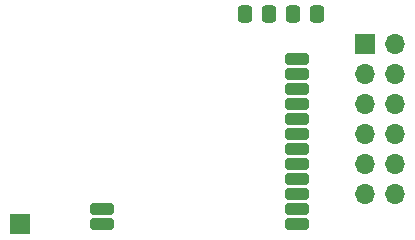
<source format=gbr>
%TF.GenerationSoftware,KiCad,Pcbnew,7.0.1*%
%TF.CreationDate,2023-04-24T20:50:02+02:00*%
%TF.ProjectId,AS4432_ANT_PMOD,41533434-3332-45f4-914e-545f504d4f44,rev?*%
%TF.SameCoordinates,Original*%
%TF.FileFunction,Soldermask,Top*%
%TF.FilePolarity,Negative*%
%FSLAX46Y46*%
G04 Gerber Fmt 4.6, Leading zero omitted, Abs format (unit mm)*
G04 Created by KiCad (PCBNEW 7.0.1) date 2023-04-24 20:50:02*
%MOMM*%
%LPD*%
G01*
G04 APERTURE LIST*
G04 Aperture macros list*
%AMRoundRect*
0 Rectangle with rounded corners*
0 $1 Rounding radius*
0 $2 $3 $4 $5 $6 $7 $8 $9 X,Y pos of 4 corners*
0 Add a 4 corners polygon primitive as box body*
4,1,4,$2,$3,$4,$5,$6,$7,$8,$9,$2,$3,0*
0 Add four circle primitives for the rounded corners*
1,1,$1+$1,$2,$3*
1,1,$1+$1,$4,$5*
1,1,$1+$1,$6,$7*
1,1,$1+$1,$8,$9*
0 Add four rect primitives between the rounded corners*
20,1,$1+$1,$2,$3,$4,$5,0*
20,1,$1+$1,$4,$5,$6,$7,0*
20,1,$1+$1,$6,$7,$8,$9,0*
20,1,$1+$1,$8,$9,$2,$3,0*%
G04 Aperture macros list end*
%ADD10R,1.700000X1.700000*%
%ADD11O,1.700000X1.700000*%
%ADD12RoundRect,0.250000X0.750000X0.250000X-0.750000X0.250000X-0.750000X-0.250000X0.750000X-0.250000X0*%
%ADD13RoundRect,0.250000X0.337500X0.475000X-0.337500X0.475000X-0.337500X-0.475000X0.337500X-0.475000X0*%
%ADD14RoundRect,0.250000X-0.337500X-0.475000X0.337500X-0.475000X0.337500X0.475000X-0.337500X0.475000X0*%
G04 APERTURE END LIST*
D10*
%TO.C,J1*%
X149860000Y-43180000D03*
D11*
X152400000Y-43180000D03*
X149860000Y-45720000D03*
X152400000Y-45720000D03*
X149860000Y-48260000D03*
X152400000Y-48260000D03*
X149860000Y-50800000D03*
X152400000Y-50800000D03*
X149860000Y-53340000D03*
X152400000Y-53340000D03*
X149860000Y-55880000D03*
X152400000Y-55880000D03*
%TD*%
D12*
%TO.C,U1*%
X144140000Y-44450000D03*
X144140000Y-45720000D03*
X144140000Y-46990000D03*
X144140000Y-48260000D03*
X144140000Y-49530000D03*
X144140000Y-50800000D03*
X144140000Y-52070000D03*
X144140000Y-53340000D03*
X144140000Y-54610000D03*
X144140000Y-55880000D03*
X144140000Y-57150000D03*
X144140000Y-58420000D03*
X127640000Y-58420000D03*
X127640000Y-57150000D03*
%TD*%
D13*
%TO.C,C1*%
X141775000Y-40640000D03*
X139700000Y-40640000D03*
%TD*%
D14*
%TO.C,C2*%
X143742500Y-40640000D03*
X145817500Y-40640000D03*
%TD*%
D10*
%TO.C,J2*%
X120650000Y-58420000D03*
%TD*%
M02*

</source>
